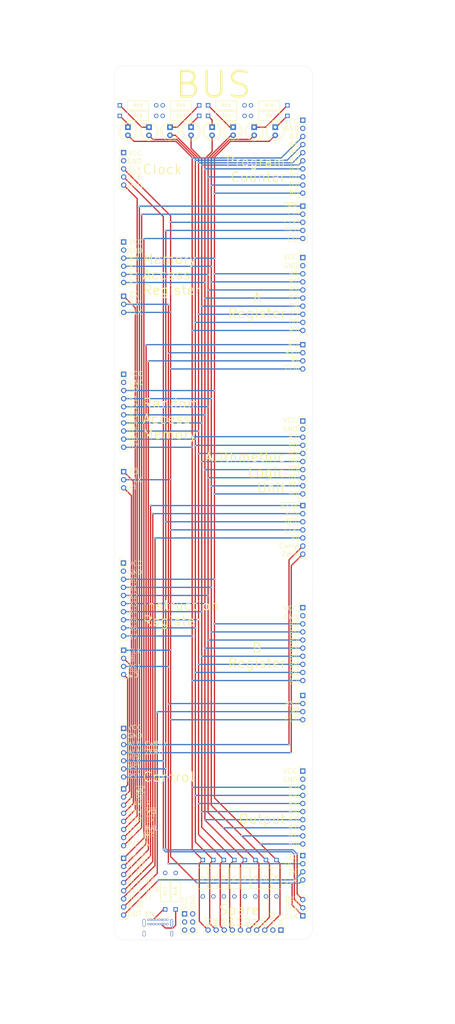
<source format=kicad_pcb>
(kicad_pcb (version 20240108) (generator "pcbnew") (generator_version "8.0")
  (layers (0 "F.Cu" signal) (1 "In1.Cu" signal) (2 "In2.Cu" signal) (31 "B.Cu" signal) (34 "B.Paste" user) (35 "F.Paste" user) (36 "B.SilkS" user "B.Silkscreen") (37 "F.SilkS" user "F.Silkscreen") (38 "B.Mask" user) (39 "F.Mask" user) (44 "Edge.Cuts" user))
  (net 0 "")
  (net 1 "GND")
  (net 2 "/~{CLK}")
  (net 3 "+5V")
  (net 4 "/HALT")
  (net 5 "/AR_~{WRITE}")
  (net 6 "/CLK")
  (net 7 "/B1")
  (net 8 "/B6")
  (net 9 "/B3")
  (net 10 "/B5")
  (net 11 "/B7")
  (net 12 "/B0")
  (net 13 "/B4")
  (net 14 "/B2")
  (net 15 "/BRegister/~Write")
  (net 16 "/AR_~{READ}")
  (net 17 "/RST")
  (net 18 "/~RST")
  (net 19 "/BR_~{READ}")
  (net 20 "/IR_~{WRITE}")
  (net 21 "/IR_~{READ}")
  (net 22 "Net-(D1-K)")
  (net 23 "Net-(D2-K)")
  (net 24 "Net-(D3-K)")
  (net 25 "Net-(D4-K)")
  (net 26 "Net-(D5-K)")
  (net 27 "Net-(D6-K)")
  (net 28 "Net-(D7-K)")
  (net 29 "Net-(D8-K)")
  (net 30 "/ALU_ZERO")
  (net 31 "/ALU_FI")
  (net 32 "/ALU_CARRY")
  (net 33 "/ALU_~{WRITE}")
  (net 34 "/ALU_SUB")
  (net 35 "/PC_~{CO}")
  (net 36 "/PC_CE")
  (net 37 "/PC_~{JMP}")
  (net 38 "/RAM_~{WO}")
  (net 39 "/MAR_~{EN}")
  (net 40 "/RAM_RI")
  (net 41 "/Output_~{EN}")
  (net 42 "/Output/2C")
  (net 43 "Net-(J23-CC1)")
  (net 44 "Net-(J23-CC2)")
  (footprint "LED_THT:LED_D5.0mm" (layer "F.Cu") (at 136.271 64.516 -90)
    (property "Reference" "D6" (hide yes))
    (property "Value" "LED")
  )
  (footprint "Connector_PinHeader_2.54mm:PinHeader_1x10_P2.54mm_Vertical" (layer "F.Cu") (at 121.666 201.168)
    (property "Reference" "J6" (hide yes))
    (property "Value" "Conn_01x10_Pin")
  )
  (footprint "_DownloadFootprints:CF_series_Resistors_THT" (layer "F.Cu") (at 134.747 309.753 90)
    (property "Reference" "R17")
    (property "Value" "5.1k")
  )
  (footprint "LED_THT:LED_D5.0mm" (layer "F.Cu") (at 169.291 64.516 -90)
    (property "Reference" "D1" (hide yes))
    (property "Value" "LED")
  )
  (footprint "_DownloadFootprints:CF_series_Resistors_THT" (layer "F.Cu") (at 120.523 57.658)
    (property "Reference" "R15")
    (property "Value" "220")
  )
  (footprint "_DownloadFootprints:CF_series_Resistors_THT" (layer "F.Cu") (at 145.415 57.658 180)
    (property "Reference" "R14")
    (property "Value" "220")
  )
  (footprint "_DownloadFootprints:CF_series_Resistors_THT" (layer "F.Cu") (at 145.415 60.96 180)
    (property "Reference" "R13")
    (property "Value" "220")
  )
  (footprint "MountingHole:MountingHole_2.2mm_M2" (layer "F.Cu") (at 121.769 48.212 90)
    (property "Reference" "REF**" (hide yes))
    (property "Value" "MountingHole_2.2mm_M2")
  )
  (footprint "_DownloadFootprints:CF_series_Resistors_THT" (layer "F.Cu") (at 163.068 294.259 -90)
    (property "Reference" "R6")
    (property "Value" "10k")
  )
  (footprint "LED_THT:LED_D5.0mm" (layer "F.Cu") (at 123.063 64.516 -90)
    (property "Reference" "D8" (hide yes))
    (property "Value" "LED")
  )
  (footprint "LED_THT:LED_D5.0mm" (layer "F.Cu") (at 129.667 64.521 -90)
    (property "Reference" "D7" (hide yes))
    (property "Value" "LED")
  )
  (footprint "Connector_PinHeader_2.54mm:PinHeader_1x03_P2.54mm_Vertical" (layer "F.Cu") (at 177.927 311.77 180)
    (property "Reference" "J20" (hide yes))
    (property "Value" "Conn_01x03_Pin")
  )
  (footprint "_DownloadFootprints:CF_series_Resistors_THT" (layer "F.Cu") (at 153.162 294.259 -90)
    (property "Reference" "R3")
    (property "Value" "10k")
  )
  (footprint "Connector_USB:USB_C_Receptacle_GCT_USB4085" (layer "F.Cu") (at 129.486 313.013)
    (property "Reference" "J23" (hide yes))
    (property "Value" "USB_C_Receptacle_PowerOnly_6P")
  )
  (footprint "_DownloadFootprints:CF_series_Resistors_THT" (layer "F.Cu") (at 169.672 294.259 -90)
    (property "Reference" "R8")
    (property "Value" "10k")
  )
  (footprint "Connector_PinHeader_2.54mm:PinHeader_1x08_P2.54mm_Vertical" (layer "F.Cu") (at 121.717 293.748)
    (property "Reference" "J14" (hide yes))
    (property "Value" "Conn_01x08_Pin")
  )
  (footprint "_DownloadFootprints:CF_series_Resistors_THT" (layer "F.Cu") (at 148.209 57.658)
    (property "Reference" "R11")
    (property "Value" "220")
  )
  (footprint "Connector_PinHeader_2.54mm:PinHeader_1x04_P2.54mm_Vertical" (layer "F.Cu") (at 177.927 292.888)
    (property "Reference" "J22" (hide yes))
    (property "Value" "Conn_01x04_Pin")
  )
  (footprint "_DownloadFootprints:CF_series_Resistors_THT" (layer "F.Cu") (at 173.101 57.658 180)
    (property "Reference" "R10")
    (property "Value" "220")
  )
  (footprint "_DownloadFootprints:CF_series_Resistors_THT" (layer "F.Cu") (at 120.523 60.96)
    (property "Reference" "R16")
    (property "Value" "220")
  )
  (footprint "MountingHole:MountingHole_2.2mm_M2" (layer "F.Cu") (at 177.951 48.212)
    (property "Reference" "REF**" (hide yes))
    (property "Value" "MountingHole_2.2mm_M2")
  )
  (footprint "Connector_PinHeader_2.54mm:PinHeader_1x10_P2.54mm_Vertical" (layer "F.Cu") (at 171.069 316.23 -90)
    (property "Reference" "J19" (hide yes))
    (property "Value" "Conn_01x10_Pin")
  )
  (footprint "_DownloadFootprints:CF_series_Resistors_THT" (layer "F.Cu") (at 166.37 294.259 -90)
    (property "Reference" "R7")
    (property "Value" "10k")
  )
  (footprint "Connector_PinHeader_2.54mm:PinHeader_1x04_P2.54mm_Vertical" (layer "F.Cu") (at 177.927 242.676)
    (property "Reference" "J5" (hide yes))
    (property "Value" "Conn_01x04_Pin")
  )
  (footprint "Connector_PinHeader_2.54mm:PinHeader_1x10_P2.54mm_Vertical" (layer "F.Cu") (at 177.927 62.336)
    (property "Reference" "J10" (hide yes))
    (property "Value" "Conn_01x10_Pin")
  )
  (footprint "Connector_PinHeader_2.54mm:PinHeader_1x03_P2.54mm_Vertical" (layer "F.Cu") (at 121.717 172.498)
    (property "Reference" "J18" (hide yes))
    (property "Value" "Conn_01x03_Pin")
  )
  (footprint "Connector_PinHeader_2.54mm:PinHeader_1x04_P2.54mm_Vertical" (layer "F.Cu") (at 177.927 132.694)
    (property "Reference" "J3" (hide yes))
    (property "Value" "Conn_01x04_Pin")
  )
  (footprint "_DownloadFootprints:CF_series_Resistors_THT" (layer "F.Cu") (at 138.049 309.753 90)
    (property "Reference" "R18")
    (property "Value" "5.1k")
  )
  (footprint "Connector_PinHeader_2.54mm:PinHeader_1x10_P2.54mm_Vertical" (layer "F.Cu") (at 177.927 215.138)
    (property "Reference" "J4" (hide yes))
    (property "Value" "Conn_01x10_Pin")
  )
  (footprint "Connector_PinHeader_2.54mm:PinHeader_1x04_P2.54mm_Vertical" (layer "F.Cu") (at 121.717 228.498)
    (property "Reference" "J7" (hide yes))
    (property "Value" "Conn_01x04_Pin")
  )
  (footprint "_DownloadFootprints:CF_series_Resistors_THT" (layer "F.Cu") (at 159.766 294.259 -90)
    (property "Reference" "R5")
    (property "Value" "10k")
  )
  (footprint "Connector_PinHeader_2.54mm:PinHeader_1x05_P2.54mm_Vertical" (layer "F.Cu") (at 121.717 72.498)
    (property "Reference" "J1" (hide yes))
    (property "Value" "Conn_01x05_Pin")
  )
  (footprint "Connector_PinHeader_2.54mm:PinHeader_1x03_P2.54mm_Vertical" (layer "F.Cu") (at 121.717 117.498)
    (property "Reference" "J16" (hide yes))
    (property "Value" "Conn_01x03_Pin")
  )
  (footprint "MountingHole:MountingHole_2.2mm_M2" (layer "F.Cu") (at 177.927 316.23 -90)
    (property "Reference" "REF**" (hide yes))
    (property "Value" "MountingHole_2.2mm_M2")
  )
  (footprint "Connector_PinHeader_2.54mm:PinHeader_1x06_P2.54mm_Vertical" (layer "F.Cu") (at 121.717 100.498)
    (property "Reference" "J15" (hide yes))
    (property "Value" "Conn_01x06_Pin")
  )
  (footprint "_DownloadFootprints:CF_series_Resistors_THT" (layer "F.Cu") (at 173.101 60.96 180)
    (property "Reference" "R9")
    (property "Value" "220")
  )
  (footprint "LED_THT:LED_D5.0mm" (layer "F.Cu") (at 149.479 64.511 -90)
    (property "Reference" "D4" (hide yes))
    (property "Value" "LED")
  )
  (footprint "Connector_PinHeader_2.54mm:PinHeader_1x05_P2.54mm_Vertical" (layer "F.Cu") (at 177.927 89.26)
    (property "Reference" "J11" (hide yes))
    (property "Value" "Conn_01x05_Pin")
  )
  (footprint "Connector_PinHeader_2.54mm:PinHeader_1x10_P2.54mm_Vertical" (layer "F.Cu") (at 121.717 141.998)
    (property "Reference" "J17" (hide yes))
    (property "Value" "Conn_01x10_Pin")
  )
  (footprint "_DownloadFootprints:CF_series_Resistors_THT" (layer "F.Cu") (at 156.464 294.259 -90)
    (property "Reference" "R4")
    (property "Value" "10k")
  )
  (footprint "Connector_PinHeader_2.54mm:PinHeader_1x10_P2.54mm_Vertical" (layer "F.Cu") (at 177.927 105.388)
    (property "Reference" "J2" (hide yes))
    (property "Value" "Conn_01x10_Pin")
  )
  (footprint "_DownloadFootprints:CF_series_Resistors_THT" (layer "F.Cu") (at 148.209 60.96)
    (property "Reference" "R12")
    (property "Value" "220")
  )
  (footprint "LED_THT:LED_D5.0mm" (layer "F.Cu") (at 162.687 64.516 -90)
    (property "Reference" "D2" (hide yes))
    (property "Value" "LED")
  )
  (footprint "LED_THT:LED_D5.0mm" (layer "F.Cu") (at 142.875 64.516 -90)
    (property "Reference" "D5" (hide yes))
    (property "Value" "LED")
  )
  (footprint "Connector_PinHeader_2.54mm:PinHeader_1x10_P2.54mm_Vertical" (layer "F.Cu") (at 177.927 266.388)
    (property "Reference" "J21" (hide yes))
    (property "Value" "Conn_01x10_Pin")
  )
  (footprint "_DownloadFootprints:CF_series_Resistors_THT" (layer "F.Cu") (at 149.86 294.259 -90)
    (property "Reference" "R2")
    (property "Value" "10k")
  )
  (footprint "_DownloadFootprints:CF_series_Resistors_THT" (layer "F.Cu") (at 146.558 294.259 -90)
    (property "Reference" "R1")
    (property "Value" "10k")
  )
  (footprint "Connector_PinHeader_2.54mm:PinHeader_1x08_P2.54mm_Vertical" (layer "F.Cu") (at 121.717 271.998)
    (property "Reference" "J13" (hide yes))
    (property "Value" "Conn_01x08_Pin")
  )
  (footprint "Connector_PinHeader_2.54mm:PinHeader_2x03_P2.54mm_Vertical" (layer "F.Cu") (at 140.843 311.15)
    (property "Reference" "J24" (hide yes))
    (property "Value" "Conn_02x03_Counter_Clockwise")
  )
  (footprint "Connector_PinHeader_2.54mm:PinHeader_1x07_P2.54mm_Vertical" (layer "F.Cu") (at 121.717 252.998)
    (property "Reference" "J12" (hide yes))
    (property "Value" "Conn_01x07_Pin")
  )
  (footprint "Connector_PinHeader_2.54mm:PinHeader_1x07_P2.54mm_Vertical" (layer "F.Cu") (at 177.927 183.138)
    (property "Reference" "J9" (hide yes))
    (property "Value" "Conn_01x07_Pin")
  )
  (footprint "LED_THT:LED_D5.0mm" (layer "F.Cu") (at 156.083 64.511 -90)
    (property "Reference" "D3" (hide yes))
    (property "Value" "LED")
  )
  (footprint "Connector_PinHeader_2.54mm:PinHeader_1x10_P2.54mm_Vertical" (layer "F.Cu") (at 177.927 156.638)
    (property "Reference" "J8" (hide yes))
    (property "Value" "Conn_01x10_Pin")
  )
  (footprint "MountingHole:MountingHole_2.2mm_M2" (layer "F.Cu") (at 121.793 316.278 180)
    (property "Reference" "REF**" (hide yes))
    (property "Value" "MountingHole_2.2mm_M2")
  )
  (gr_line (start 118.793 316.278) (end 118.769 48.212) (stroke (width 0.05)) (layer "Edge.Cuts"))
  (gr_arc (start 177.951 45.212) (mid 180.072321 46.090679) (end 180.951 48.212) (stroke (width 0.05)) (layer "Edge.Cuts"))
  (gr_line (start 180.951 48.212) (end 180.927001 316.230001) (stroke (width 0.05)) (layer "Edge.Cuts"))
  (gr_arc (start 118.769 48.212) (mid 119.64768 46.09068) (end 121.769 45.212) (stroke (width 0.05)) (layer "Edge.Cuts"))
  (gr_line (start 177.927001 319.230001) (end 121.793 319.278) (stroke (width 0.05)) (layer "Edge.Cuts"))
  (gr_arc (start 121.793 319.278) (mid 119.67168 318.39932) (end 118.793 316.278) (stroke (width 0.05)) (layer "Edge.Cuts"))
  (gr_arc (start 180.927001 316.230001) (mid 180.048321 318.351321) (end 177.927001 319.230001) (stroke (width 0.05)) (layer "Edge.Cuts"))
  (gr_line (start 121.769 45.212) (end 177.951 45.212) (stroke (width 0.05)) (layer "Edge.Cuts"))
  (gr_text "VCC" (at 176.153 157.297 0) (layer "F.SilkS") (effects (font (size 1.5 1.5)) (justify right bottom)))
  (gr_text "~{EN}" (at 123.567 118.15 0) (layer "F.SilkS") (effects (font (size 1.5 1.5)) (justify left bottom)))
  (gr_text "2C" (at 176.3649 294.1574 0) (layer "F.SilkS") (effects (font (size 1.5 1.5)) (justify right bottom)))
  (gr_text "B1" (at 176.403 177.547 0) (layer "F.SilkS") (effects (font (size 1.5 1.5)) (justify right bottom)))
  (gr_text "B3" (at 126.36 155.462 0) (layer "F.SilkS") (effects (font (size 1.5 1.5)) (justify right bottom)))
  (gr_text "B\nRegister" (at 163.576 230.124 0) (layer "F.SilkS") (effects (font (size 3 3) (thickness 0.3))))
  (gr_text "Arithmethic\nLogic\nUnit" (at 172.72 172.72 0) (layer "F.SilkS") (effects (font (size 3 3) (thickness 0.3)) (justify right)))
  (gr_text "CE" (at 176.276 93.047 0) (layer "F.SilkS") (effects (font (size 1.5 1.5)) (justify right bottom)))
  (gr_text "B3" (at 176.653 78.242 0) (layer "F.SilkS") (effects (font (size 1.5 1.5)) (justify right bottom)))
  (gr_text "~{CLK}" (at 176.597 310.5 0) (layer "F.SilkS") (effects (font (size 1.5 1.5)) (justify right bottom)))
  (gr_text "B4" (at 156.584 312.039 90) (layer "F.SilkS") (effects (font (size 1.5 1.5)) (justify right bottom)))
  (gr_text "B2" (at 176.403 175.047 0) (layer "F.SilkS") (effects (font (size 1.5 1.5)) (justify right bottom)))
  (gr_text "Random\nAccess\nMemory" (at 127.508 155.956 0) (layer "F.SilkS") (effects (font (size 3 3) (thickness 0.3)) (justify left)))
  (gr_text "Spare" (at 157.988 309.88 0) (layer "F.SilkS") (effects (font (size 3 3) (thickness 0.3))))
  (gr_text "B1" (at 176.3649 287.4834 0) (layer "F.SilkS") (effects (font (size 1.5 1.5)) (justify right bottom)))
  (gr_text "ALU FI" (at 123.063 306.959 0) (layer "F.SilkS") (effects (font (size 1.5 1.5)) (justify left bottom)))
  (gr_text "RST" (at 123.317 120.65 0) (layer "F.SilkS") (effects (font (size 1.5 1.5)) (justify left bottom)))
  (gr_text "VCC" (at 122.936 253.619 0) (layer "F.SilkS") (effects (font (size 1.5 1.5)) (justify left bottom)))
  (gr_text "RST" (at 176.53 246.184 0) (layer "F.SilkS") (effects (font (size 1.5 1.5)) (justify right bottom)))
  (gr_text "VCC" (at 123.19 202.184 0) (layer "F.SilkS") (effects (font (size 1.5 1.5)) (justify left bottom)))
  (gr_text "B0" (at 126.19 207.434 0) (layer "F.SilkS") (effects (font (size 1.5 1.5)) (justify right bottom)))
  (gr_text "B7" (at 176.653 68.242 0) (layer "F.SilkS") (effects (font (size 1.5 1.5)) (justify right bottom)))
  (gr_text "RAM RI" (at 122.936 277.495 0) (layer "F.SilkS") (effects (font (size 1.5 1.5)) (justify left bottom)))
  (gr_text "Control" (at 127.508 268.224 0) (layer "F.SilkS") (effects (font (size 3 3) (thickness 0.3)) (justify left)))
  (gr_text "~{RST}" (at 122.936 266.319 0) (layer "F.SilkS") (effects (font (size 1.5 1.5)) (justify left bottom)))
  (gr_text "CLK" (at 123.317 123.4 0) (layer "F.SilkS") (effects (font (size 1.5 1.5)) (justify left bottom)))
  (gr_text "Program\nCounter" (at 172.72 77.724 0) (layer "F.SilkS") (effects (font (size 3 3) (thickness 0.3)) (justify right)))
  (gr_text "B1" (at 176.53 223.934 0) (layer "F.SilkS") (effects (font (size 1.5 1.5)) (justify right bottom)))
  (gr_text "B0" (at 176.653 85.992 0) (layer "F.SilkS") (effects (font (size 1.5 1.5)) (justify right bottom)))
  (gr_text "ALU CARRY" (at 123.063 258.699 0) (layer "F.SilkS") (effects (font (size 1.5 1.5)) (justify left bottom)))
  (gr_text "Sub" (at 176.403 186.497 0) (layer "F.SilkS") (effects (font (size 1.5 1.5)) (justify right bottom)))
  (gr_text "GND" (at 122.936 256.159 0) (layer "F.SilkS") (effects (font (size 1.5 1.5)) (justify left bottom)))
  (gr_text "B1" (at 176.53 113.807 0) (layer "F.SilkS") (effects (font (size 1.5 1.5)) (justify right bottom)))
  (gr_text "~{CLK}" (at 123.059 81.033 0) (layer "F.SilkS") (effects (font (size 1.5 1.5)) (justify left bottom)))
  (gr_text "VCC" (at 176.28 106.057 0) (layer "F.SilkS") (effects (font (size 1.5 1.5)) (justify right bottom)))
  (gr_text "VCC" (at 127.86 142.712 0) (layer "F.SilkS") (effects (font (size 1.5 1.5)) (justify right bottom)))
  (gr_text "VCC" (at 140.843 309.82 90) (layer "F.SilkS") (effects (font (size 1.5 1.5)) (justify left)))
  (gr_text "B4" (at 176.3649 279.9834 0) (layer "F.SilkS") (effects (font (size 1.5 1.5)) (justify right bottom)))
  (gr_text "Zero" (at 176.403 199.197 0) (layer "F.SilkS") (effects (font (size 1.5 1.5)) (justify right bottom)))
  (gr_text "B3" (at 159.084 312.039 90) (layer "F.SilkS") (effects (font (size 1.5 1.5)) (justify right bottom)))
  (gr_text "GND" (at 143.413 309.82 90) (layer "F.SilkS") (effects (font (size 1.5 1.5)) (justify left)))
  (gr_text "B1" (at 126.36 150.462 0) (layer "F.SilkS") (effects (font (size 1.5 1.5)) (justify right bottom)))
  (gr_text "B6" (at 126.19 222.434 0) (layer "F.SilkS") (effects (font (size 1.5 1.5)) (justify right bottom)))
  (gr_text "CLK" (at 123.059 78.493 0) (layer "F.SilkS") (effects (font (size 1.5 1.5)) (justify left bottom)))
  (gr_text "I ~{WO}" (at 123.444 273.268 0) (layer "F.SilkS") (effects (font (size 1.5 1.5)) (justify left bottom)))
  (gr_text "B7" (at 126.36 165.462 0) (layer "F.SilkS") (effects (font (size 1.5 1.5)) (justify right bottom)))
  (gr_text "MAR ~{EN}" (at 122.936 282.575 0) (layer "F.SilkS") (effects (font (size 1.5 1.5)) (justify left bottom)))
  (gr_text "Output" (at 172.72 281.432 0) (layer "F.SilkS") (effects (font (size 3 3) (thickness 0.3)) (justify right)))
  (gr_text "GND" (at 168.499 314.9 90) (layer "F.SilkS") (effects (font (size 1.5 1.5)) (justify left)))
  (gr_text "CLK" (at 176.597 312.886 0) (layer "F.SilkS") (effects (font (size 1.5 1.5)) (justify right bottom)))
  (gr_text "~{CLK}" (at 122.936 263.779 0) (layer "F.SilkS") (effects (font (size 1.5 1.5)) (justify left bottom)))
  (gr_text "RI" (at 123.36 178.212 0) (layer "F.SilkS") (effects (font (size 1.5 1.5) (thickness 0.15) (bold yes)) (justify left bottom)))
  (gr_text "B2" (at 176.653 80.742 0) (layer "F.SilkS") (effects (font (size 1.5 1.5)) (justify right bottom)))
  (gr_text "CLK" (at 122.965 229.684 0) (layer "F.SilkS") (effects (font (size 1.5 1.5)) (justify left bottom)))
  (gr_text "B ~{RI}" (at 122.936 309.499 0) (layer "F.SilkS") (effects (font (size 1.5 1.5)) (justify left bottom)))
  (gr_text "B1" (at 126.19 209.934 0) (layer "F.SilkS") (effects (font (size 1.5 1.5)) (justify right bottom)))
  (gr_text "B7" (at 176.403 162.547 0) (layer "F.SilkS") (effects (font (size 1.5 1.5)) (justify right bottom)))
  (gr_text "~{Write}" (at 176.403 184.297 0) (layer "F.SilkS") (effects (font (size 1.5 1.5)) (justify right bottom)))
  (gr_text "B4" (at 176.653 75.742 0) (layer "F.SilkS") (effects (font (size 1.5 1.5)) (justify right bottom)))
  (gr_text "B2" (at 126.19 212.434 0) (layer "F.SilkS") (effects (font (size 1.5 1.5)) (justify right bottom)))
  (gr_text "GND" (at 176.784 65.742 0) (layer "F.SilkS") (effects (font (size 1.5 1.5)) (justify right bottom)))
  (gr_text "VCC" (at 176.597 63.606 0) (layer "F.SilkS") (effects (font (size 1.5 1.5)) (justify right bottom)))
  (gr_text "B5" (at 176.3649 277.4834 0) (layer "F.SilkS") (effects (font (size 1.5 1.5)) (justify right bottom)))
  (gr_text "ALU SUB" (at 123.063 304.419 0) (layer "F.SilkS") (effects (font (size 1.5 1.5)) (justify left bottom)))
  (gr_text "RAM ~{WO}" (at 122.936 280.035 0) (layer "F.SilkS") (effects (font (size 1.5 1.5)) (justify left bottom)))
  (gr_text "B4" (at 176.403 170.047 0) (layer "F.SilkS") (effects (font (size 1.5 1.5)) (justify right bottom)))
  (gr_text "B5" (at 126.19 219.934 0) (layer "F.SilkS") (effects (font (size 1.5 1.5)) (justify right bottom)))
  (gr_text "GND" (at 176.53 218.934 0) (layer "F.SilkS") (effects (font (size 1.5 1.5)) (justify right bottom)))
  (gr_text "~{EN}" (at 176.3649 299.2374 0) (layer "F.SilkS") (effects (font (size 1.5 1.5)) (justify right bottom)))
  (gr_text "B2" (at 126.36 152.962 0) (layer "F.SilkS") (effects (font (size 1.5 1.5)) (justify right bottom)))
  (gr_text "CLK" (at 176.403 191.897 0) (layer "F.SilkS") (effects (font (size 1.5 1.5)) (justify right bottom)))
  (gr_text "A ~{RI}" (at 123.063 299.339 0) (layer "F.SilkS") (effects (font (size 1.5 1.5)) (justify left bottom)))
  (gr_text "B0" (at 176.3689 290.0934 0) (layer "F.SilkS") (effects (font (size 1.5 1.5)) (justify right bottom)))
  (gr_text "B3" (at 176.403 172.547 0) (layer "F.SilkS") (effects (font (size 1.5 1.5)) (justify right bottom)))
  (gr_text "PC ~{JMP}" (at 122.936 287.655 0) (layer "F.SilkS") (effects (font (size 1.5 1.5)) (justify left bottom)))
  (gr_text "B6" (at 176.653 70.742 0) (layer "F.SilkS") (effects (font (size 1.5 1.5)) (justify right bottom)))
  (gr_text "B5" (at 176.653 73.242 0) (layer "F.SilkS") (effects (font (size 1.5 1.5)) (justify right bottom)))
  (gr_text "B5" (at 176.53 233.934 0) (layer "F.SilkS") (effects (font (size 1.5 1.5)) (justify right bottom)))
  (gr_text "~{RI}" (at 176.53 248.684 0) (layer "F.SilkS") (effects (font (size 1.5 1.5)) (justify right bottom)))
  (gr_text "B3" (at 126.317 114.1 0) (layer "F.SilkS") (effects (font (size 1.5 1.5)) (justify right bottom)))
  (gr_text "B0" (at 166.694 312.035 90) (layer "F.SilkS") (effects (font (size 1.5 1.5)) (justify right bottom)))
  (gr_text "B3" (at 176.53 228.934 0) (layer "F.SilkS") (effects (font (size 1.5 1.5)) (justify right bottom)))
  (gr_text "CLK" (at 123.36 174.212 0) (layer "F.SilkS") (effects (font (size 1.5 1.5)) (justify left top)))
  (gr_text "B2" (at 161.584 312.039 90) (layer "F.SilkS") (effects (font (size 1.5 1.5)) (justify right bottom)))
  (gr_text "B5" (at 176.53 123.807 0) (layer "F.SilkS") (effects (font (size 1.5 1.5)) (justify right bottom)))
  (gr_text "B1" (at 176.653 83.242 0) (layer "F.SilkS") (effects (font (size 1.5 1.5)) (justify right bottom)))
  (gr_text "B0" (at 176.53 221.434 0) (layer "F.SilkS") (effects (font (size 1.5 1.5)) (justify right bottom)))
  (gr_text "B1" (at 164.084 312.039 90) (layer "F.SilkS") (effects (font (size 1.5 1.5)) (justify right bottom)))
  (gr_text "ALU ZERO" (at 123.063 261.239 0) (layer "F.SilkS") (effects (font (size 1.5 1.5)) (justify left bottom)))
  (gr_text "B4" (at 176.53 121.307 0) (layer "F.SilkS") (effects (font (size 1.5 1.5)) (justify right bottom)))
  (gr_text "VCC" (at 123.059 73.573 0) (layer "F.SilkS") (effects (font (size 1.5 1.5)) (justify left bottom)))
  (gr_text "Halt" (at 123.059 83.573 0) (layer "F.SilkS") (effects (font (size 1.5 1.5)) (justify left bottom)))
  (gr_text "B3" (at 176.53 118.807 0) (layer "F.SilkS") (effects (font (size 1.5 1.5)) (justify right bottom)))
  (gr_text "B6" (at 126.36 162.962 0) (layer "F.SilkS") (effects (font (size 1.5 1.5)) (justify right bottom)))
  (gr_text "B3" (at 176.3649 282.4834 0) (layer "F.SilkS") (effects (font (size 1.5 1.5)) (justify right bottom)))
  (gr_text "CLK" (at 176.276 95.547 0) (layer "F.SilkS") (effects (font (size 1.5 1.5)) (justify right bottom)))
  (gr_text "GND" (at 176.403 160.047 0) (layer "F.SilkS") (effects (font (size 1.5 1.5)) (justify right bottom)))
  (gr_text "B0" (at 126.36 147.712 0) (layer "F.SilkS") (effects (font (size 1.5 1.5)) (justify right bottom)))
  (gr_text "B7" (at 176.53 129.057 0) (layer "F.SilkS") (effects (font (size 1.5 1.5)) (justify right bottom)))
  (gr_text "VCC" (at 123.317 101.4 0) (layer "F.SilkS") (effects (font (size 1.5 1.5)) (justify left bottom)))
  (gr_text "Instruction\nRegister" (at 127.508 216.916 0) (layer "F.SilkS") (effects (font (size 3 3) (thickness 0.3)) (justify left)))
  (gr_text "GND" (at 128.11 145.462 0) (layer "F.SilkS") (effects (font (size 1.5 1.5)) (justify right bottom)))
  (gr_text "B3" (at 126.19 214.934 0) (layer "F.SilkS") (effects (font (size 1.5 1.5)) (justify right bottom)))
  (gr_text "B6" (at 151.584 312.039 90) (layer "F.SilkS") (effects (font (size 1.5 1.5)) (justify right bottom)))
  (gr_text "~{RI}" (at 176.53 138.557 0) (layer "F.SilkS") (effects (font (size 1.5 1.5)) (justify right bottom)))
  (gr_text "FI" (at 176.403 194.297 0) (layer "F.SilkS") (effects (font (size 1.5 1.5)) (justify right bottom)))
  (gr_text "B0" (at 176.53 111.307 0) (layer "F.SilkS") (effects (font (size 1.5 1.5)) (justify right bottom)))
  (gr_text "~{RST}" (at 176.276 98.047 0) (layer "F.SilkS") (effects (font (size 1.5 1.5)) (justify right bottom)))
  (gr_text "~{RST}" (at 176.403 189.397 0) (layer "F.SilkS") (effects (font (size 1.5 1.5)) (justify right bottom)))
  (gr_text "B2" (at 126.317 111.65 0) (layer "F.SilkS") (effects (font (size 1.5 1.5)) (justify right bottom)))
  (gr_text "RST" (at 176.53 136.057 0) (layer "F.SilkS") (effects (font (size 1.5 1.5)) (justify right bottom)))
  (gr_text "RST" (at 176.3649 296.6974 0) (layer "F.SilkS") (effects (font (size 1.5 1.5)) (justify right bottom)))
  (gr_text "PC ~{CO}" (at 122.936 294.259 0) (layer "F.SilkS") (effects (font (size 1.5 1.5)) (justify left bottom)))
  (gr_text "~{RI}" (at 122.965 232.184 0) (layer "F.SilkS") (effects (font (size 1.5 1.5)) (justify left bottom)))
  (gr_text "B4" (at 126.36 157.962 0) (layer "F.SilkS") (effects (font (size 1.5 1.5)) (justify right bottom)))
  (gr_text "~{WO}" (at 176.53 133.557 0) (layer "F.SilkS") (effects (font (size 1.5 1.5)) (justify right bottom)))
  (gr_text "B5" (at 176.403 167.547 0) (layer "F.SilkS") (effects (font (size 1.5 1.5)) (justify right bottom)))
  (gr_text "BUS" (at 149.86 55.88 0) (layer "F.SilkS") (effects (font (size 8 8) (thickness 0.8)) (justify bottom)))
  (gr_text "B7" (at 126.19 225.184 0) (layer "F.SilkS") (effects (font (size 1.5 1.5)) (justify right bottom)))
  (gr_text "B5" (at 154.084 312.039 90) (layer "F.SilkS") (effects (font (size 1.5 1.5)) (justify right bottom)))
  (gr_text "B1" (at 126.317 109.15 0) (layer "F.SilkS") (effects (font (size 1.5 1.5)) (justify right bottom)))
  (gr_text "OUT EN" (at 122.936 312.039 0) (layer "F.SilkS") (effects (font (size 1.5 1.5)) (justify left bottom)))
  (gr_text "I ~{RI}" (at 123.444 275.554 0) (layer "F.SilkS") (effects (font (size 1.5 1.5)) (justify left bottom)))
  (gr_text "PC EN" (at 122.936 290.195 0) (layer "F.SilkS") (effects (font (size 1.5 1.5)) (justify left bottom)))
  (gr_text "B4" (at 126.19 217.434 0) (layer "F.SilkS") (effects (font (size 1.5 1.5)) (justify right bottom)))
  (gr_text "ALU ~{WO}" (at 123.063 301.879 0) (layer "F.SilkS") (effects (font (size 1.5 1.5)) (justify left bottom)))
  (gr_text "B2" (at 176.3649 284.9834 0) (layer "F.SilkS") (effects (font (size 1.5 1.5)) (justify right bottom)))
  (gr_text "B5" (at 126.36 160.462 0) (layer "F.SilkS") (effects (font (size 1.5 1.5)) (justify right bottom)))
  (gr_text "Memory\nAccess\nRegister" (at 127.508 110.744 0) (layer "F.SilkS") (effects (font (size 3 3) (thickness 0.3)) (justify left)))
  (gr_text "GND" (at 176.53 108.807 0) (layer "F.SilkS") (effects (font (size 1.5 1.5)) (justify right bottom)))
  (gr_text "A ~{WO}" (at 123.063 296.799 0) (layer "F.SilkS") (effects (font (size 1.5 1.5)) (justify left bottom)))
  (gr_text "B6" (at 176.403 165.047 0) (layer "F.SilkS") (effects (font (size 1.5 1.5)) (justify right bottom)))
  (gr_text "B6" (at 176.3649 274.9834 0) (layer "F.SilkS") (effects (font (size 1.5 1.5)) (justify right bottom)))
  (gr_text "CLK HALT" (at 122.936 285.115 0) (layer "F.SilkS") (effects (font (size 1.5 1.5)) (justify left bottom)))
  (gr_text "VCC" (at 171.069 314.9 90) (layer "F.SilkS") (effects (font (size 1.5 1.5)) (justify left)))
  (gr_text "B7" (at 176.3649 272.4834 0) (layer "F.SilkS") (effects (font (size 1.5 1.5)) (justify right bottom)))
  (gr_text "CLK" (at 176.53 250.934 0) (layer "F.SilkS") (effects (font (size 1.5 1.5)) (justify right bottom)))
  (gr_text "~{JMP}" (at 176.276 90.297 0) (layer "F.SilkS") (effects (font (size 1.5 1.5)) (justify right bottom)))
  (gr_text "Carry" (at 176.403 196.697 0) (layer "F.SilkS") (effects (font (size 1.5 1.5)) (justify right bottom)))
  (gr_text "GND" (at 122.94 204.934 0) (layer "F.SilkS") (effects (font (size 1.5 1.5)) (justify left bottom)))
  (gr_text "B0" (at 126.367 106.55 0) (layer "F.SilkS") (effects (font (size 1.5 1.5)) (justify right bottom)))
  (gr_text "Clock" (at 127.508 77.724 0) (layer "F.SilkS") (effects (font (size 3 3) (thickness 0.3)) (justify left)))
  (gr_text "VCC" (at 176.28 216.184 0) (layer "F.SilkS") (effects (font (size 1.5 1.5)) (justify right bottom)))
  (gr_text "B6" (at 176.53 126.307 0) (layer "F.SilkS") (effects (font (size 1.5 1.5)) (justify right bottom)))
  (gr_text "GND" (at 122.809 76.073 0) (layer "F.SilkS") (effects (font (size 1.5 1.5)) (justify left bottom)))
  (gr_text "RST" (at 122.965 234.684 0) (layer "F.SilkS") (effects (font (size 1.5 1.5)) (justify left bottom)))
  (gr_text "B6" (at 176.53 236.434 0) (layer "F.SilkS") (effects (font (size 1.5 1.5)) (justify right bottom)))
  (gr_text "CLK" (at 176.3649 301.6534 0) (layer "F.SilkS") (effects (font (size 1.5 1.5)) (justify right bottom)))
  (gr_text "B7" (at 149.084 312.039 90) (layer "F.SilkS") (effects (font (size 1.5 1.5)) (justify right bottom)))
  (gr_text "GND" (at 123.067 104.15 0) (layer "F.SilkS") (effects (font (size 1.5 1.5)) (justify left bottom)))
  (gr_text "~{WO}" (at 122.965 237.184 0) (layer "F.SilkS") (effects (font (size 1.5 1.5)) (justify left bottom)))
  (gr_text "B2" (at 176.53 116.307 0) (layer "F.SilkS") (effects (font (size 1.5 1.5)) (justify right bottom)))
  (gr_text "B2" (at 176.53 226.434 0) (layer "F.SilkS") (effects (font (size 1.5 1.5)) (justify right bottom)))
  (gr_text "B7" (at 176.53 239.184 0) (layer "F.SilkS") (effects (font (size 1.5 1.5)) (justify right bottom)))
  (gr_text "~{RO}" (at 123.19 173.482 0) (layer "F.SilkS") (effects (font (size 1.5 1.5)) (justify left bottom)))
  (gr_text "B0" (at 176.403 180.297 0) (layer "F.SilkS") (effects (font (size 1.5 1.5)) (justify right bottom)))
  (gr_text "~{CO}" (at 176.276 100.547 0) (layer "F.SilkS") (effects (font (size 1.5 1.5)) (justify right bottom)))
  (gr_text "RST" (at 122.936 268.859 0) (layer "F.SilkS") (effects (font (size 1.5 1.5)) (justify left bottom)))
  (gr_text "CLK" (at 176.53 140.807 0) (layer "F.SilkS") (effects (font (size 1.5 1.5)) (justify right bottom)))
  (gr_text "B4" (at 176.53 231.434 0) (layer "F.SilkS") (effects (font (size 1.5 1.5)) (justify right bottom)))
  (gr_text "A\nRegister" (at 163.576 120.396 0) (layer "F.SilkS") (effects (font (size 3 3) (thickness 0.3))))
  (gr_text "VCC" (at 176.1109 267.2334 0) (layer "F.SilkS") (effects (font (size 1.5 1.5)) (justify right bottom)))
  (gr_text "~{RST}" (at 176.597 307.93 0) (layer "F.SilkS") (effects (font (size 1.5 1.5)) (justify right bottom)))
  (gr_text "GND" (at 176.3649 269.9834 0) (layer "F.SilkS") (effects (font (size 1.5 1.5)) (justify right bottom)))
  (segment (start 134.174 92.575) (end 121.717 80.118) (width 0.4) (layer "F.Cu") (net 2))
  (segment (start 134.174 263.209) (end 134.174 92.575) (width 0.4) (layer "F.Cu") (net 2))
  (segment (start 134.174 263.209) (end 134.174 290.820664) (width 0.4) (layer "F.Cu") (net 2))
  (segment (start 175.273025 306.576025) (end 177.927 309.23) (width 0.4) (layer "F.Cu") (net 2))
  (segment (start 134.174 290.820664) (end 134.18614 290.832804) (width 0.4) (layer "F.Cu") (net 2))
  (segment (start 175.273025 292.467975) (end 175.273025 306.576025) (width 0.4) (layer "F.Cu") (net 2))
  (via (at 134.18614 290.832804) (size 0.6) (drill 0.3) (layers "F.Cu" "B.Cu") (net 2))
  (via (at 134.174 263.209) (size 0.6) (drill 0.3) (layers "F.Cu" "B.Cu") (net 2))
  (via (at 175.273025 292.467975) (size 0.6) (drill 0.3) (layers "F.Cu" "B.Cu") (net 2))
  (segment (start 134.174 263.209) (end 134.123 263.158) (width 0.4) (layer "B.Cu") (net 2))
  (segment (start 134.18614 291.00509) (end 134.18614 290.832804) (width 0.4) (layer "B.Cu") (net 2))
  (segment (start 134.86505 291.684) (end 134.18614 291.00509) (width 0.4) (layer "B.Cu") (net 2))
  (segment (start 175.273025 292.467975) (end 174.48905 291.684) (width 0.4) (layer "B.Cu") (net 2))
  (segment (start 174.48905 291.684) (end 140.589 291.684) (width 0.4) (layer "B.Cu") (net 2))
  (segment (start 140.589 291.684) (end 134.86505 291.684) (width 0.4) (layer "B.Cu") (net 2))
  (segment (start 134.123 263.158) (end 121.717 263.158) (width 0.4) (layer "B.Cu") (net 2))
  (segment (start 125.967 86.908) (end 121.717 82.658) (width 0.4) (layer "F.Cu") (net 4))
  (segment (start 121.717 284.698) (end 125.967 280.448) (width 0.4) (layer "F.Cu") (net 4))
  (segment (start 125.967 280.448) (end 125.967 86.908) (width 0.4) (layer "F.Cu") (net 4))
  (segment (start 128.767 289.238) (end 121.717 296.288) (width 0.4) (layer "F.Cu") (net 5))
  (segment (start 128.767 132.842) (end 128.767 289.238) (width 0.4) (layer "F.Cu") (net 5))
  (via (at 128.767 132.842) (size 0.6) (drill 0.3) (layers "F.Cu" "B.Cu") (net 5))
  (segment (start 177.927 132.694) (end 128.915 132.694) (width 0.4) (layer "B.Cu") (net 5))
  (segment (start 128.915 132.694) (end 128.767 132.842) (width 0.4) (layer "B.Cu") (net 5))
  (segment (start 136.463 190.754) (end 136.463 228.346) (width 0.4) (layer "F.Cu") (net 6))
  (segment (start 136.463 122.428) (end 136.463 140.208) (width 0.4) (layer "F.Cu") (net 6))
  (segment (start 174.371 301.498) (end 174.573025 301.700025) (width 0.4) (layer "F.Cu") (net 6))
  (segment (start 136.463 92.324) (end 136.463 94.234) (width 0.4) (layer "F.Cu") (net 6))
  (segment (start 136.463 175.006) (end 136.463 190.754) (width 0.4) (layer "F.Cu") (net 6))
  (segment (start 136.463 140.208) (end 136.463 175.006) (width 0.4) (layer "F.Cu") (net 6))
  (segment (start 121.717 77.578) (end 136.463 92.324) (width 0.4) (layer "F.Cu") (net 6))
  (segment (start 136.463 94.234) (end 136.463 122.428) (width 0.4) (layer "F.Cu") (net 6))
  (segment (start 136.463 293.2015) (end 136.463 250.19) (width 0.4) (layer "F.Cu") (net 6))
  (segment (start 136.463 228.346) (end 136.463 250.19) (width 0.4) (layer "F.Cu") (net 6))
  (segment (start 174.573025 308.416025) (end 177.927 311.77) (width 0.4) (layer "F.Cu") (net 6))
  (segment (start 174.573025 301.700025) (end 174.573025 308.416025) (width 0.4) (layer "F.Cu") (net 6))
  (segment (start 144.7595 301.498) (end 136.463 293.2015) (width 0.4) (layer "F.Cu") (net 6))
  (via (at 144.7595 301.498) (size 0.6) (drill 0.3) (layers "F.Cu" "B.Cu") (net 6))
  (via (at 136.463 122.428) (size 0.6) (drill 0.3) (layers "F.Cu" "B.Cu") (net 6))
  (via (at 136.463 228.346) (size 0.6) (drill 0.3) (layers "F.Cu" "B.Cu") (net 6))
  (via (at 136.463 140.208) (size 0.6) (drill 0.3) (layers "F.Cu" "B.Cu") (net 6))
  (via (at 136.463 175.006) (size 0.6) (drill 0.3) (layers "F.Cu" "B.Cu") (net 6))
  (via (at 136.463 190.754) (size 0.6) (drill 0.3) (layers "F.Cu" "B.Cu") (net 6))
  (via (at 136.463 94.234) (size 0.6) (drill 0.3) (layers "F.Cu" "B.Cu") (net 6))
  (via (at 174.371 301.498) (size 0.6) (drill 0.3) (layers "F.Cu" "B.Cu") (net 6))
  (via (at 136.463 250.19) (size 0.6) (drill 0.3) (layers "F.Cu" "B.Cu") (net 6))
  (segment (start 136.569 140.314) (end 136.463 140.208) (width 0.4) (layer "B.Cu") (net 6))
  (segment (start 136.311 228.498) (end 136.463 228.346) (width 0.4) (layer "B.Cu") (net 6))
  (segment (start 177.927 250.296) (end 136.569 250.296) (width 0.4) (layer "B.Cu") (net 6))
  (segment (start 177.927 140.314) (end 136.569 140.314) (width 0.4) (layer "B.Cu") (net 6))
  (segment (start 121.717 122.578) (end 136.313 122.578) (width 0.4) (layer "B.Cu") (net 6))
  (segment (start 177.927 190.758) (end 136.467 190.758) (width 0.4) (layer "B.Cu") (net 6))
  (segment (start 136.431 175.038) (end 136.463 175.006) (width 0.4) (layer "B.Cu") (net 6))
  (segment (start 121.717 228.498) (end 136.311 228.498) (width 0.4) (layer "B.Cu") (net 6))
  (segment (start 144.7595 301.498) (end 176.937 301.498) (width 0.4) (layer "B.Cu") (net 6))
  (segment (start 136.467 190.758) (end 136.463 190.754) (width 0.4) (layer "B.Cu") (net 6))
  (segment (start 136.569 250.296) (end 136.463 250.19) (width 0.4) (layer "B.Cu") (net 6))
  (segment (start 176.937 301.498) (end 177.8055 300.6295) (width 0.4) (layer "B.Cu") (net 6))
  (segment (start 136.569 94.34) (end 136.463 94.234) (width 0.4) (layer "B.Cu") (net 6))
  (segment (start 177.927 94.34) (end 136.569 94.34) (width 0.4) (layer "B.Cu") (net 6))
  (segment (start 136.313 122.578) (end 136.463 122.428) (width 0.4) (layer "B.Cu") (net 6))
  (segment (start 121.717 175.038) (end 136.431 175.038) (width 0.4) (layer "B.Cu") (net 6))
  (segment (start 149.217 74.095056) (end 154.961056 68.351) (width 0.4) (layer "F.Cu") (net 7))
  (segment (start 149.217 113.03) (end 149.217 108.204) (width 0.4) (layer "F.Cu") (net 7))
  (segment (start 154.961056 68.351) (end 161.392 68.351) (width 0.4) (layer "F.Cu") (net 7))
  (segment (start 149.217 222.758) (end 149.217 208.788) (width 0.4) (layer "F.Cu") (net 7))
  (segment (start 149.217 208.788) (end 149.217 177.038) (width 0.4) (layer "F.Cu") (net 7))
  (segment (start 149.217 149.606) (end 149.217 113.03) (width 0.4) (layer "F.Cu") (net 7))
  (segment (start 167.4685 312.2105) (end 163.449 316.23) (width 0.4) (layer "F.Cu") (net 7))
  (segment (start 149.217 82.804) (end 149.217 108.204) (width 0.4) (layer "F.Cu") (net 7))
  (segment (start 167.4685 295.3575) (end 167.4685 312.2105) (width 0.4) (layer "F.Cu") (net 7))
  (segment (start 158.75 286.639) (end 149.217 277.106) (width 0.4) (layer "F.Cu") (net 7))
  (segment (start 149.217 82.804) (end 149.217 74.095056) (width 0.4) (layer "F.Cu") (net 7))
  (segment (start 161.392 68.351) (end 162.687 67.056) (width 0.4) (layer "F.Cu") (net 7))
  (segment (start 158.75 286.639) (end 166.37 294.259) (width 0.4) (layer "F.Cu") (net 7))
  (segment (start 149.217 177.038) (end 149.217 149.606) (width 0.4) (layer "F.Cu") (net 7))
  (segment (start 166.37 294.259) (end 167.4685 295.3575) (width 0.4) (layer "F.Cu") (net 7))
  (segment (start 149.217 277.106) (end 149.217 222.758) (width 0.4) (layer "F.Cu") (net 7))
  (via (at 149.217 208.788) (size 0.6) (drill 0.3) (layers "F.Cu" "B.Cu") (net 7))
  (via (at 158.75 286.639) (size 0.6) (drill 0.3) (layers "F.Cu" "B.Cu") (net 7))
  (via (at 149.217 113.03) (size 0.6) (drill 0.3) (layers "F.Cu" "B.Cu") (net 7))
  (via (at 149.217 108.204) (size 0.6) (drill 0.3) (layers "F.Cu" "B.Cu") (net 7))
  (via (at 149.217 222.758) (size 0.6) (drill 0.3) (layers "F.Cu" "B.Cu") (net 7))
  (via (at 149.217 82.804) (size 0.6) (drill 0.3) (layers "F.Cu" "B.Cu") (net 7))
  (via (at 149.217 149.606) (size 0.6) (drill 0.3) (layers "F.Cu" "B.Cu") (net 7))
  (via (at 149.217 177.038) (size 0.6) (drill 0.3) (layers "F.Cu" "B.Cu") (net 7))
  (segment (start 121.717 149.618) (end 149.205 149.618) (width 0.4) (layer "B.Cu") (net 7))
  (segment (start 177.927 113.008) (end 149.239 113.008) (width 0.4) (layer "B.Cu") (net 7))
  (segment (start 177.927 176.958) (end 149.297 176.958) (width 0.4) (layer "B.Cu") (net 7))
  (segment (start 121.717 108.118) (end 149.131 108.118) (width 0.4) (layer "B.Cu") (net 7))
  (segment (start 121.666 208.788) (end 149.217 208.788) (width 0.4) (layer "B.Cu") (net 7))
  (segment (start 158.75 286.639) (end 158.819 286.708) (width 0.4) (layer "B.Cu") (net 7))
  (segment (start 177.927 222.758) (end 149.217 222.758) (width 0.4) (layer "B.Cu") (net 7))
  (segment (start 149.131 108.118) (end 149.217 108.204) (width 0.4) (layer "B.Cu") (net 7))
  (segment (start 149.365 82.656) (end 149.217 82.804) (width 0.4) (layer "B.Cu") (net 7))
  (segment (start 149.297 176.958) (end 149.217 177.038) (width 0.4) (layer "B.Cu") (net 7))
  (segment (start 149.205 149.618) (end 149.217 149.606) (width 0.4) (layer "B.Cu") (net 7))
  (segment (start 149.239 113.008) (end 149.217 113.03) (width 0.4) (layer "B.Cu") (net 7))
  (segment (start 177.927 82.656) (end 149.365 82.656) (width 0.4) (layer "B.Cu") (net 7))
  (segment (start 158.819 286.708) (end 177.927 286.708) (width 0.4) (layer "B.Cu") (net 7))
  (segment (start 149.86 294.259) (end 144.217 288.616) (width 0.4) (layer "F.Cu") (net 8))
  (segment (start 144.217 74.153472) (end 138.389528 68.326) (width 0.4) (layer "F.Cu") (net 8))
  (segment (start 144.217 162.306) (end 144.217 125.73) (width 0.4) (layer "F.Cu") (net 8))
  (segment (start 148.717 314.198) (end 150.749 316.23) (width 0.4) (layer "F.Cu") (net 8))
  (segment (start 144.217 125.73) (end 144.217 74.153472) (width 0.4) (layer "F.Cu") (net 8))
  (segment (start 144.217 288.616) (end 144.217 274.066) (width 0.4) (layer "F.Cu") (net 8))
  (segment (start 144.217 274.066) (end 144.217 235.458) (width 0.4) (layer "F.Cu") (net 8))
  (segment (start 148.717 295.402) (end 148.717 314.198) (width 0.4) (layer "F.Cu") (net 8))
  (segment (start 144.217 164.338) (end 144.217 162.306) (width 0.4) (layer "F.Cu") (net 8))
  (segment (start 138.019 68.356) (end 130.962 68.356) (width 0.4) (layer "F.Cu") (net 8))
  (segment (start 138.389528 68.326) (end 138.049 68.326) (width 0.4) (layer "F.Cu") (net 8))
  (segment (start 144.217 221.488) (end 144.217 164.338) (width 0.4) (layer "F.Cu") (net 8))
  (segment (start 138.049 68.326) (end 138.019 68.356) (width 0.4) (layer "F.Cu") (net 8))
  (segment (start 130.962 68.356) (end 129.667 67.061) (width 0.4) (layer "F.Cu") (net 8))
  (segment (start 149.86 294.259) (end 148.717 295.402) (width 0.4) (layer "F.Cu") (net 8))
  (segment (start 144.217 235.458) (end 144.217 221.488) (width 0.4) (layer "F.Cu") (net 8))
  (via (at 144.217 162.306) (size 0.6) (drill 0.3) (layers "F.Cu" "B.Cu") (net 8))
  (via (at 144.217 274.066) (size 0.6) (drill 0.3) (layers "F.Cu" "B.Cu") (net 8))
  (via (at 144.217 164.338) (size 0.6) (drill 0.3) (layers "F.Cu" "B.Cu") (net 8))
  (via (at 144.217 235.458) (size 0.6) (drill 0.3) (layers "F.Cu" "B.Cu") (net 8))
  (via (at 144.217 74.868) (size 0.6) (drill 0.3) (layers "F.Cu" "B.Cu") (net 8))
  (via (at 144.217 221.488) (size 0.6) (drill 0.3) (layers "F.Cu" "B.Cu") (net 8))
  (via (at 144.217 125.73) (size 0.6) (drill 0.3) (layers "F.Cu" "B.Cu") (net 8))
  (segment (start 177.927 164.258) (end 144.297 164.258) (width 0.4) (layer "B.Cu") (net 8))
  (segment (start 144.205 162.318) (end 144.217 162.306) (width 0.4) (layer "B.Cu") (net 8))
  (segment (start 144.297 164.258) (end 144.217 164.338) (width 0.4) (layer "B.Cu") (net 8))
  (segment (start 121.717 162.318) (end 144.205 162.318) (width 0.4) (layer "B.Cu") (net 8))
  (segment (start 177.927 69.956) (end 173.015 74.868) (width 0.4) (layer "B.Cu") (net 8))
  (segment (start 177.927 235.458) (end 144.217 235.458) (width 0.4) (layer "B.Cu") (net 8))
  (segment (start 177.927 274.008) (end 144.275 274.008) (width 0.4) (layer "B.Cu") (net 8))
  (segment (start 144.239 125.708) (end 144.217 125.73) (width 0.4) (layer "B.Cu") (net 8))
  (segment (start 173.015 74.868) (end 144.217 74.868) (width 0.4) (layer "B.Cu") (net 8))
  (segment (start 121.666 221.488) (end 144.217 221.488) (width 0.4) (layer "B.Cu") (net 8))
  (segment (start 144.275 274.008) (end 144.217 274.066) (width 0.4) (layer "B.Cu") (net 8))
  (segment (start 177.927 125.708) (end 144.239 125.708) (width 0.4) (layer "B.Cu") (net 8))
  (segment (start 147.217 171.958) (end 147.217 154.686) (width 0.4) (layer "F.Cu") (net 9))
  (segment (start 159.766 294.259) (end 158.369 295.656) (width 0.4) (layer "F.Cu") (net 9))
  (segment (start 147.217 227.838) (end 147.217 213.868) (width 0.4) (layer "F.Cu") (net 9))
  (segment (start 147.217 118.11) (end 147.217 113.284) (width 0.4) (layer "F.Cu") (net 9))
  (segment (start 147.217 77.724) (end 147.217 74.398) (width 0.4) (layer "F.Cu") (net 9))
  (segment (start 147.217 154.686) (end 147.217 118.11) (width 0.4) (layer "F.Cu") (net 9))
  (segment (start 147.217 113.284) (end 147.217 77.724) (width 0.4) (layer "F.Cu") (net 9))
  (segment (start 158.369 295.656) (end 158.369 316.23) (width 0.4) (layer "F.Cu") (net 9))
  (segment (start 147.217 213.868) (end 147.217 171.958) (width 0.4) (layer "F.Cu") (net 9))
  (segment (start 147.217 74.398) (end 149.479 72.136) (width 0.4) (layer "F.Cu") (net 9))
  (segment (start 147.217 281.71) (end 147.217 227.838) (width 0.4) (layer "F.Cu") (net 9))
  (segment (start 149.479 72.136) (end 149.479 67.051) (width 0.4) (layer "F.Cu") (net 9))
  (segment (start 147.217 281.71) (end 159.766 294.259) (width 0.4) (layer "F.Cu") (net 9))
  (via (at 147.217 227.838) (size 0.6) (drill 0.3) (layers "F.Cu" "B.Cu") (net 9))
  (via (at 147.217 154.686) (size 0.6) (drill 0.3) (layers "F.Cu" "B.Cu") (net 9))
  (via (at 147.217 281.71) (size 0.6) (drill 0.3) (layers "F.Cu" "B.Cu") (net 9))
  (via (at 147.217 213.868) (size 0.6) (drill 0.3) (layers "F.Cu" "B.Cu") (net 9))
  (via (at 147.217 77.724) (size 0.6) (drill 0.3) (layers "F.Cu" "B.Cu") (net 9))
  (via (at 147.217 171.958) (size 0.6) (drill 0.3) (layers "F.Cu" "B.Cu") (net 9))
  (via (at 147.217 113.284) (size 0.6) (drill 0.3) (layers "F.Cu" "B.Cu") (net 9))
  (via (at 147.217 118.11) (size 0.6) (drill 0.3) (layers "F.Cu" "B.Cu") (net 9))
  (segment (start 147.297 171.878) (end 147.217 171.958) (width 0.4) (layer "B.Cu") (net 9))
  (segment (start 147.217 281.71) (end 147.299 281.628) (width 0.4) (layer "B.Cu") (net 9))
  (segment (start 121.717 154.698) (end 147.205 154.698) (width 0.4) (layer "B.Cu") (net 9))
  (segment (start 177.927 171.878) (end 147.297 171.878) (width 0.4) (layer "B.Cu") (net 9))
  (segment (start 121.666 213.868) (end 147.217 213.868) (width 0.4) (layer "B.Cu") (net 9))
  (segment (start 147.299 281.628) (end 177.927 281.628) (width 0.4) (layer "B.Cu") (net 9))
  (segment (start 147.239 118.088) (end 147.217 118.11) (width 0.4) (layer "B.Cu") (net 9))
  (segment (start 177.927 77.576) (end 147.365 77.576) (width 0.4) (layer "B.Cu") (net 9))
  (segment (start 121.717 113.198) (end 147.131 113.198) (width 0.4) (layer "B.Cu") (net 9))
  (segment (start 147.131 113.198) (end 147.217 113.284) (width 0.4) (layer "B.Cu") (net 9))
  (segment (start 177.927 118.088) (end 147.239 118.088) (width 0.4) (layer "B.Cu") (net 9))
  (segment (start 147.365 77.576) (end 147.217 77.724) (width 0.4) (layer "B.Cu") (net 9))
  (segment (start 177.927 227.838) (end 147.217 227.838) (width 0.4) (layer "B.Cu") (net 9))
  (segment (start 147.205 154.698) (end 147.217 154.686) (width 0.4) (layer "B.Cu") (net 9))
  (segment (start 137.968056 67.056) (end 136.271 67.056) (width 0.4) (layer "F.Cu") (net 10))
  (segment (start 145.217 166.878) (end 145.217 159.766) (width 0.4) (layer "F.Cu") (net 10))
  (segment (start 152.019 314.96) (end 153.289 316.23) (width 0.4) (layer "F.Cu") (net 10))
  (segment (start 153.162 294.259) (end 152.019 295.402) (width 0.4) (layer "F.Cu") (net 10))
  (segment (start 145.217 75.692) (end 145.217 74.304944) (width 0.4) (layer "F.Cu") (net 10))
  (segment (start 145.217 159.766) (end 145.217 123.19) (width 0.4) (layer "F.Cu") (net 10))
  (segment (start 145.217 286.314) (end 145.217 276.606) (width 0.4) (layer "F.Cu") (net 10))
  (segment (start 145.217 276.606) (end 145.217 232.918) (width 0.4) (layer "F.Cu") (net 10))
  (segment (start 153.162 294.259) (end 145.217 286.314) (width 0.4) (layer "F.Cu") (net 10))
  (segment (start 145.217 218.948) (end 145.217 166.878) (width 0.4) (layer "F.Cu") (net 10))
  (segment (start 145.217 123.19) (end 145.217 75.692) (width 0.4) (layer "F.Cu") (net 10))
  (segment (start 152.019 295.402) (end 152.019 314.96) (width 0.4) (layer "F.Cu") (net 10))
  (segment (start 145.217 232.918) (end 145.217 218.948) (width 0.4) (layer "F.Cu") (net 10))
  (segment (start 145.217 74.304944) (end 137.968056 67.056) (width 0.4) (layer "F.Cu") (net 10))
  (via (at 145.217 218.948) (size 0.6) (drill 0.3) (layers "F.Cu" "B.Cu") (net 10))
  (via (at 145.217 123.19) (size 0.6) (drill 0.3) (layers "F.Cu" "B.Cu") (net 10))
  (via (at 145.217 166.878) (size 0.6) (drill 0.3) (layers "F.Cu" "B.Cu") (net 10))
  (via (at 145.217 75.692) (size 0.6) (drill 0.3) (layers "F.Cu" "B.Cu") (net 10))
  (via (at 145.217 232.918) (size 0.6) (drill 0.3) (layers "F.Cu" "B.Cu") (net 10))
  (via (at 145.217 159.766) (size 0.6) (drill 0.3) (layers "F.Cu" "B.Cu") (net 10))
  (via (at 145.217 276.606) (size 0.6) (drill 0.3) (layers "F.Cu" "B.Cu") (net 10))
  (segment (start 177.927 166.798) (end 145.297 166.798) (width 0.4) (layer "B.Cu") (net 10))
  (segment (start 177.927 276.548) (end 145.275 276.548) (width 0.4) (layer "B.Cu") (net 10))
  (segment (start 177.927 123.168) (end 145.239 123.168) (width 0.4) (layer "B.Cu") (net 10))
  (segment (start 121.717 159.778) (end 145.205 159.778) (width 0.4) (layer "B.Cu") (net 10))
  (segment (start 145.297 166.798) (end 145.217 166.878) (width 0.4) (layer "B.Cu") (net 10))
  (segment (start 174.731 75.692) (end 145.217 75.692) (width 0.4) (layer "B.Cu") (net 10))
  (segment (start 177.927 232.918) (end 145.217 232.918) (width 0.4) (layer "B.Cu") (net 10))
  (segment (start 177.927 72.496) (end 174.731 75.692) (width 0.4) (layer "B.Cu") (net 10))
  (segment (start 145.239 123.168) (end 145.217 123.19) (width 0.4) (layer "B.Cu") (net 10))
  (segment (start 145.205 159.778) (end 145.217 159.766) (width 0.4) (layer "B.Cu") (net 10))
  (segment (start 145.275 276.548) (end 145.217 276.606) (width 0.4) (layer "B.Cu") (net 10))
  (segment (start 121.666 218.948) (end 145.217 218.948) (width 0.4) (layer "B.Cu") (net 10))
  (segment (start 138.171 68.956) (end 124.963 68.956) (width 0.4) (layer "F.Cu") (net 11))
  (segment (start 146.558 294.259) (end 145.4595 295.3575) (width 0.4) (layer "F.Cu") (net 11))
  (segment (start 143.217 90.8304) (end 143.217 74.168) (width 0.4) (layer "F.Cu") (net 11))
  (segment (start 143.217 224.028) (end 143.217 237.998) (width 0.4) (layer "F.Cu") (net 11))
  (segment (start 143.217 74.002) (end 138.171 68.956) (width 0.4) (layer "F.Cu") (net 11))
  (segment (start 143.217 290.918) (end 143.217 271.526) (width 0.4) (layer "F.Cu") (net 11))
  (segment (start 143.217 164.846) (end 143.217 224.028) (width 0.4) (layer "F.Cu") (net 11))
  (segment (start 143.217 128.27) (end 143.217 161.544) (width 0.4) (layer "F.Cu") (net 11))
  (segment (start 145.4595 295.3575) (end 145.4595 313.4805) (width 0.4) (layer "F.Cu") (net 11))
  (segment (start 143.217 237.998) (end 143.217 271.526) (width 0.4) (layer "F.Cu") (net 11))
  (segment (start 124.963 68.956) (end 123.063 67.056) (width 0.4) (layer "F.Cu") (net 11))
  (segment (start 123.063 67.1068) (end 123.063 67.056) (width 0.4) (layer "F.Cu") (net 11))
  (segment (start 145.4595 313.4805) (end 148.209 316.23) (width 0.4) (layer "F.Cu") (net 11))
  (segment (start 146.558 294.259) (end 143.217 290.918) (width 0.4) (layer "F.Cu") (net 11))
  (segment (start 143.217 90.8304) (end 143.217 128.27) (width 0.4) (layer "F.Cu") (net 11))
  (segment (start 143.217 74.168) (end 143.217 74.002) (width 0.4) (layer "F.Cu") (net 11))
  (segment (start 143.217 161.544) (end 143.217 164.846) (width 0.4) (layer "F.Cu") (net 11))
  (via (at 143.217 161.544) (size 0.6) (drill 0.3) (layers "F.Cu" "B.Cu") (net 11))
  (via (at 143.217 224.028) (size 0.6) (drill 0.3) (layers "F.Cu" "B.Cu") (net 11))
  (via (at 143.217 128.27) (size 0.6) (drill 0.3) (layers "F.Cu" "B.Cu") (net 11))
  (via (at 143.217 164.846) (size 0.6) (drill 0.3) (layers "F.Cu" "B.Cu") (net 11))
  (via (at 143.217 74.168) (size 0.6) (drill 0.3) (layers "F.Cu" "B.Cu") (net 11))
  (via (at 143.217 237.998) (size 0.6) (drill 0.3) (layers "F.Cu" "B.Cu") (net 11))
  (via (at 143.217 271.526) (size 0.6) (drill 0.3) (layers "F.Cu" "B.Cu") (net 11))
  (segment (start 177.927 237.998) (end 143.217 237.998) (width 0.4) (layer "B.Cu") (net 11))
  (segment (start 177.927 67.416) (end 171.175 74.168) (width 0.4) (layer "B.Cu") (net 11))
  (segment (start 177.927 271.468) (end 143.275 271.468) (width 0.4) (layer "B.Cu") (net 11))
  (segment (start 121.666 224.028) (end 143.217 224.028) (width 0.4) (layer "B.Cu") (net 11))
  (segment (start 121.717 164.858) (end 143.205 164.858) (width 0.4) (layer "B.Cu") (net 11))
  (segment (start 143.239 128.248) (end 143.217 128.27) (width 0.4) (layer "B.Cu") (net 11))
  (segment (start 143.275 271.468) (end 143.217 271.526) (width 0.4) (layer "B.Cu") (net 11))
  (segment (start 177.927 128.248) (end 143.239 128.248) (width 0.4) (layer "B.Cu") (net 11))
  (segment (start 177.753 161.544) (end 143.217 161.544) (width 0.4) (layer "B.Cu") (net 11))
  (segment (start 177.927 161.718) (end 177.753 161.544) (width 0.4) (layer "B.Cu") (net 11))
  (segment (start 171.175 74.168) (end 143.217 74.168) (width 0.4) (layer "B.Cu") (net 11))
  (segment (start 143.205 164.858) (end 143.217 164.846) (width 0.4) (layer "B.Cu") (net 11))
  (segment (start 150.217 147.066) (end 150.217 110.49) (width 0.4) (layer "F.Cu") (net 12))
  (segment (start 155.209584 68.951) (end 167.396 68.951) (width 0.4) (layer "F.Cu") (net 12))
  (segment (start 170.7705 295.3575) (end 170.7705 311.4485) (width 0.4) (layer "F.Cu") (net 12))
  (segment (start 164.719 289.306) (end 169.672 294.259) (width 0.4) (layer "F.Cu") (net 12))
  (segment (start 169.672 294.259) (end 170.7705 295.3575) (width 0.4) (layer "F.Cu") (net 12))
  (segment (start 150.217 110.49) (end 150.217 105.664) (width 0.4) (layer "F.Cu") (net 12))
  (segment (start 150.217 179.578) (end 150.217 147.066) (width 0.4) (layer "F.Cu") (net 12))
  (segment (start 150.217 105.664) (end 150.217 85.344) (width 0.4) (layer "F.Cu") (net 12))
  (segment (start 167.396 68.951) (end 169.291 67.056) (width 0.4) (layer "F.Cu") (net 12))
  (segment (start 150.217 274.804) (end 150.217 220.218) (width 0.4) (layer "F.Cu") (net 12))
  (segment (start 150.217 85.344) (end 150.217 73.943584) (width 0.4) (layer "F.Cu") (net 12))
  (segment (start 150.217 220.218) (end 150.217 206.248) (width 0.4) (layer "F.Cu") (net 12))
  (segment (start 170.7705 311.4485) (end 165.989 316.23) (width 0.4) (layer "F.Cu") (net 12))
  (segment (start 164.719 289.306) (end 150.217 274.804) (width 0.4) (layer "F.Cu") (net 12))
  (segment (start 150.217 73.943584) (end 155.209584 68.951) (width 0.4) (layer "F.Cu") (net 12))
  (segment (start 150.217 206.248) (end 150.217 179.578) (width 0.4) (layer "F.Cu") (net 12))
  (via (at 150.217 179.578) (size 0.6) (drill 0.3) (layers "F.Cu" "B.Cu") (net 12))
  (via (at 150.217 85.344) (size 0.6) (drill 0.3) (layers "F.Cu" "B.Cu") (net 12))
  (via (at 150.217 220.218) (size 0.6) (drill 0.3) (layers "F.Cu" "B.Cu") (net 12))
  (via (at 150.217 147.066) (size 0.6) (drill 0.3) (layers "F.Cu" "B.Cu") (net 12))
  (via (at 150.217 206.248) (size 0.6) (drill 0.3) (layers "F.Cu" "B.Cu") (net 12))
  (via (at 150.217 110.49) (size 0.6) (drill 0.3) (layers "F.Cu" "B.Cu") (net 12))
  (via (at 164.719 289.306) (size 0.6) (drill 0.3) (layers "F.Cu" "B.Cu") (net 12))
  (via (at 150.217 105.664) (size 0.6) (drill 0.3) (layers "F.Cu" "B.Cu") (net 12))
  (segment (start 150.365 85.196) (end 150.217 85.344) (width 0.4) (layer "B.Cu") (net 12))
  (segment (start 150.131 105.578) (end 150.217 105.664) (width 0.4) (layer "B.Cu") (net 12))
  (segment (start 164.719 289.306) (end 164.777 289.248) (width 0.4) (layer "B.Cu") (net 12))
  (segment (start 121.717 147.078) (end 150.205 147.078) (width 0.4) (layer "B.Cu") (net 12))
  (segment (start 177.927 110.468) (end 150.239 110.468) (width 0.4) (layer "B.Cu") (net 12))
  (segment (start 150.297 179.498) (end 150.217 179.578) (width 0.4) (layer "B.Cu") (net 12))
  (segment (start 177.927 179.498) (end 150.297 179.498) (width 0.4) (layer "B.Cu") (net 12))
  (segment (start 121.717 105.578) (end 150.131 105.578) (width 0.4) (layer "B.Cu") (net 12))
  (segment (start 177.927 85.196) (end 150.365 85.196) (width 0.4) (layer "B.Cu") (net 12))
  (segment (start 121.666 206.248) (end 150.217 206.248) (width 0.4) (layer "B.Cu") (net 12))
  (segment (start 150.205 147.078) (end 150.217 147.066) (width 0.4) (layer "B.Cu") (net 12))
  (segment (start 177.927 220.218) (end 150.217 220.218) (width 0.4) (layer "B.Cu") (net 12))
  (segment (start 164.777 289.248) (end 177.927 289.248) (width 0.4) (layer "B.Cu") (net 12))
  (segment (start 150.239 110.468) (end 150.217 110.49) (width 0.4) (layer "B.Cu") (net 12))
  (segment (start 156.464 294.259) (end 154.979 295.744) (width 0.4) (layer "F.Cu") (net 13))
  (segment (start 146.217 216.408) (end 146.217 169.418) (width 0.4) (layer "F.Cu") (net 13))
  (segment (start 156.464 294.259) (end 146.217 284.012) (width 0.4) (layer "F.Cu") (net 13))
  (segment (start 154.979 315.38) (end 155.829 316.23) (width 0.4) (layer "F.Cu") (net 13))
  (segment (start 146.217 94.1832) (end 146.217 74.456416) (width 0.4) (layer "F.Cu") (net 13))
  (segment (start 146.217 157.226) (end 146.217 120.65) (width 0.4) (layer "F.Cu") (net 13))
  (segment (start 154.979 295.744) (end 154.979 315.38) (width 0.4) (layer "F.Cu") (net 13))
  (segment (start 146.217 169.418) (end 146.217 157.226) (width 0.4) (layer "F.Cu") (net 13))
  (segment (start 142.875 71.114416) (end 142.875 67.056) (width 0.4) (layer "F.Cu") (net 13))
  (segment (start 146.217 120.65) (end 146.217 94.1832) (width 0.4) (layer "F.Cu") (net 13))
  (segment (start 146.217 284.012) (end 146.217 279.146) (width 0.4) (layer "F.Cu") (net 13))
  (segment (start 146.217 230.378) (end 146.217 216.408) (width 0.4) (layer "F.Cu") (net 13))
  (segment (start 146.217 74.456416) (end 142.875 71.114416) (width 0.4) (layer "F.Cu") (net 13))
  (segment (start 146.217 279.146) (end 146.217 230.378) (width 0.4) (layer "F.Cu") (net 13))
  (via (at 146.217 120.65) (size 0.6) (drill 0.3) (layers "F.Cu" "B.Cu") (net 13))
  (via (at 146.217 230.378) (size 0.6) (drill 0.3) (layers "F.Cu" "B.Cu") (net 13))
  (via (at 146.217 279.146) (size 0.6) (drill 0.3) (layers "F.Cu" "B.Cu") (net 13))
  (via (at 146.217 76.392) (size 0.6) (drill 0.3) (layers "F.Cu" "B.Cu") (net 13))
  (via (at 146.217 216.408) (size 0.6) (drill 0.3) (layers "F.Cu" "B.Cu") (net 13))
  (via (at 146.217 169.418) (size 0.6) (drill 0.3) (layers "F.Cu" "B.Cu") (net 13))
  (via (at 146.217 157.226) (size 0.6) (drill 0.3) (layers "F.Cu" "B.Cu") (net 13))
  (segment (start 177.927 279.088) (end 146.275 279.088) (width 0.4) (layer "B.Cu") (net 13))
  (segment (start 146.205 157.238) (end 146.217 157.226) (width 0.4) (layer "B.Cu") (net 13))
  (segment (start 177.927 169.338) (end 146.297 169.338) (width 0.4) (layer "B.Cu") (net 13))
  (segment (start 146.297 169.338) (end 146.217 169.418) (width 0.4) (layer "B.Cu") (net 13))
  (segment (start 177.927 230.378) (end 146.217 230.378) (width 0.4) (layer "B.Cu") (net 13))
  (segment (start 177.927 120.628) (end 146.239 120.628) (width 0.4) (layer "B.Cu") (net 13))
  (segment (start 121.717 157.238) (end 146.205 157.238) (width 0.4) (layer "B.Cu") (net 13))
  (segment (start 146.239 120.628) (end 146.217 120.65) (width 0.4) (layer "B.Cu") (net 13))
  (segment (start 177.927 75.036) (end 176.571 76.392) (width 0.4) (layer "B.Cu") (net 13))
  (segment (start 121.666 216.408) (end 146.217 216.408) (width 0.4) (layer "B.Cu") (net 13))
  (segment (start 176.571 76.392) (end 146.217 76.392) (width 0.4) (layer "B.Cu") (net 13))
  (segment (start 146.275 279.088) (end 146.217 279.146) (width 0.4) (layer "B.Cu") (net 13))
  (segment (start 152.908 284.099) (end 148.217 279.408) (width 0.4) (layer "F.Cu") (net 14))
  (segment (start 148.217 225.298) (end 148.217 211.328) (width 0.4) (layer "F.Cu") (net 14))
  (segment (start 148.217 211.328) (end 148.217 174.498) (width 0.4) (layer "F.Cu") (net 14))
  (segment (start 163.068 294.259) (end 164.1665 295.3575) (width 0.4) (layer "F.Cu") (net 14))
  (segment (start 164.1665 312.9725) (end 160.909 316.23) (width 0.4) (layer "F.Cu") (net 14))
  (segment (start 152.908 284.099) (end 163.068 294.259) (width 0.4) (layer "F.Cu") (net 14))
  (segment (start 155.412528 67.051) (end 156.083 67.051) (width 0.4) (layer "F.Cu") (net 14))
  (segment (start 164.1665 295.3575) (end 164.1665 312.9725) (width 0.4) (layer "F.Cu") (net 14))
  (segment (start 148.217 152.146) (end 148.217 115.57) (width 0.4) (layer "F.Cu") (net 14))
  (segment (start 148.217 74.246528) (end 155.412528 67.051) (width 0.4) (layer "F.Cu") (net 14))
  (segment (start 148.217 279.408) (end 148.217 225.298) (width 0.4) (layer "F.Cu") (net 14))
  (segment (start 148.217 174.498) (end 148.217 152.146) (width 0.4) (layer "F.Cu") (net 14))
  (segment (start 148.217 115.57) (end 148.217 110.744) (width 0.4) (layer "F.Cu") (net 14))
  (segment (start 148.217 80.264) (end 148.217 74.246528) (width 0.4) (layer "F.Cu") (net 14))
  (segment (start 148.217 110.744) (end 148.217 80.264) (width 0.4) (layer "F.Cu") (net 14))
  (via (at 148.217 225.298) (size 0.6) (drill 0.3) (layers "F.Cu" "B.Cu") (net 14))
  (via (at 148.217 115.57) (size 0.6) (drill 0.3) (layers "F.Cu" "B.Cu") (net 14))
  (via (at 148.217 110.744) (size 0.6) (drill 0.3) (layers "F.Cu" "B.Cu") (net 14))
  (via (at 152.908 284.099) (size 0.6) (drill 0.3) (layers "F.Cu" "B.Cu") (net 14))
  (via (at 148.217 174.498) (size 0.6) (drill 0.3) (layers "F.Cu" "B.Cu") (net 14))
  (via (at 148.217 80.264) (size 0.6) (drill 0.3) (layers "F.Cu" "B.Cu") (net 14))
  (via (at 148.217 211.328) (size 0.6) (drill 0.3) (layers "F.Cu" "B.Cu") (net 14))
  (via (at 148.217 152.146) (size 0.6) (drill 0.3) (layers "F.Cu" "B.Cu") (net 14))
  (segment (start 121.666 211.328) (end 148.217 211.328) (width 0.4) (layer "B.Cu") (net 14))
  (segment (start 148.365 80.116) (end 148.217 80.264) (width 0.4) (layer "B.Cu") (net 14))
  (segment (start 177.927 174.418) (end 148.297 174.418) (width 0.4) (layer "B.Cu") (net 14))
  (segment (start 121.717 110.658) (end 148.131 110.658) (width 0.4) (layer "B.Cu") (net 14))
  (segment (start 148.205 152.158) (end 148.217 152.146) (width 0.4) (layer "B.Cu") (net 14))
  (segment (start 177.927 225.298) (end 148.217 225.298) (width 0.4) (layer "B.Cu") (net 14))
  (segment (start 148.239 115.548) (end 148.217 115.57) (width 0.4) (layer "B.Cu") (net 14))
  (segment (start 148.131 110.658) (end 148.217 110.744) (width 0.4) (layer "B.Cu") (net 14))
  (segment (start 177.927 80.116) (end 148.365 80.116) (width 0.4) (layer "B.Cu") (net 14))
  (segment (start 121.717 152.158) (end 148.205 152.158) (width 0.4) (layer "B.Cu") (net 14))
  (segment (start 152.908 284.099) (end 152.977 284.168) (width 0.4) (layer "B.Cu") (net 14))
  (segment (start 148.297 174.418) (end 148.217 174.498) (width 0.4) (layer "B.Cu") (net 14))
  (segment (start 177.927 115.548) (end 148.239 115.548) (width 0.4) (layer "B.Cu") (net 14))
  (segment (start 152.977 284.168) (end 177.927 284.168) (width 0.4) (layer "B.Cu") (net 14))
  (segment (start 129.467 137.922) (end 129.467 291.078) (width 0.4) (layer "F.Cu") (net 16))
  (segment (start 129.467 291.078) (end 121.717 298.828) (width 0.4) (layer "F.Cu") (net 16))
  (via (at 129.467 137.922) (size 0.6) (drill 0.3) (layers "F.Cu" "B.Cu") (net 16))
  (segment (start 129.615 137.774) (end 129.467 137.922) (width 0.4) (layer "B.Cu") (net 16))
  (segment (start 177.927 137.774) (end 129.615 137.774) (width 0.4) (layer "B.Cu") (net 16))
  (segment (start 135.763 260.066) (end 135.763 245.364) (width 0.4) (layer "F.Cu") (net 17))
  (segment (start 135.763 268.224) (end 135.763 267.97) (width 0.4) (layer "F.Cu") (net 17))
  (segment (start 135.763 245.364) (end 135.763 233.68) (width 0.4) (layer "F.Cu") (net 17))
  (segment (start 135.763 233.68) (end 135.763 135.382) (width 0.4) (layer "F.Cu") (net 17))
  (segment (start 135.763 135.382) (end 135.763 120.142) (width 0.4) (layer "F.Cu") (net 17))
  (segment (start 135.763 267.97) (end 135.763 260.066) (width 0.4) (layer "F.Cu") (net 17))
  (segment (start 135.763 267.97) (end 135.763 295.402) (width 0.4) (layer "F.Cu") (net 17))
  (via (at 135.763 295.402) (size 0.6) (drill 0.3) (layers "F.Cu" "B.Cu") (net 17))
  (via (at 135.763 135.382) (size 0.6) (drill 0.3) (layers "F.Cu" "B.Cu") (net 17))
  (via (at 135.763 233.68) (size 0.6) (drill 0.3) (layers "F.Cu" "B.Cu") (net 17))
  (via (at 135.763 268.224) (size 0.6) (drill 0.3) (layers "F.Cu" "B.Cu") (net 17))
  (via (at 135.763 245.364) (size 0.6) (drill 0.3) (layers "F.Cu" "B.Cu") (net 17))
  (via (at 135.763 120.142) (size 0.6) (drill 0.3) (layers "F.Cu" "B.Cu") (net 17))
  (segment (start 177.927 245.216) (end 135.911 245.216) (width 0.4) (layer "B.Cu") (net 17))
  (segment (start 135.911 245.216) (end 135.763 245.364) (width 0.4) (layer "B.Cu") (net 17))
  (segment (start 177.927 295.428) (end 135.789 295.428) (width 0.4) (layer "B.Cu") (net 17))
  (segment (start 177.927 135.234) (end 135.911 135.234) (width 0.4) (layer "B.Cu") (net 17))
  (segment (start 121.717 120.038) (end 135.659 120.038) (width 0.4) (layer "B.Cu") (net 17))
  (segment (start 135.661 233.578) (end 135.763 233.68) (width 0.4) (layer "B.Cu") (net 17))
  (segment (start 135.763 268.224) (end 135.749 268.238) (width 0.4) (layer "B.Cu") (net 17))
  (segment (start 135.659 120.038) (end 135.763 120.142) (width 0.4) (layer "B.Cu") (net 17))
  (segment (start 135.749 268.238) (end 121.717 268.238) (width 0.4) (layer "B.Cu") (net 17))
  (segment (start 135.911 135.234) (end 135.763 135.382) (width 0.4) (layer "B.Cu") (net 17))
  (segment (start 135.789 295.428) (end 135.763 295.402) (width 0.4) (layer "B.Cu") (net 17))
  (segment (start 121.717 233.578) (end 135.661 233.578) (width 0.4) (layer "B.Cu") (net 17))
  (segment (start 176.149 292.354) (end 176.149 304.912) (width 0.4) (layer "F.Cu") (net 18))
  (segment (start 134.939 188.214) (end 134.939 97.028) (width 0.4) (layer "F.Cu") (net 18))
  (segment (start 134.874 265.557) (end 134.874 290.703) (width 0.4) (layer "F.Cu") (net 18))
  (segment (start 134.939 265.492) (end 134.939 261.212) (width 0.4) (layer "F.Cu") (net 18))
  (segment (start 134.939 261.212) (end 134.939 188.214) (width 0.4) (layer "F.Cu") (net 18))
  (segment (start 134.874 290.703) (end 135.001 290.83) (width 0.4) (layer "F.Cu") (net 18))
  (segment (start 176.149 304.912) (end 177.927 306.69) (width 0.4) (layer "F.Cu") (net 18))
  (segment (start 134.874 265.557) (end 134.939 265.492) (width 0.4) (layer "F.Cu") (net 18))
  (via (at 134.939 97.028) (size 0.6) (drill 0.3) (layers "F.Cu" "B.Cu") (net 18))
  (via (at 134.939 188.214) (size 0.6) (drill 0.3) (layers "F.Cu" "B.Cu") (net 18))
  (via (at 134.874 265.557) (size 0.6) (drill 0.3) (layers "F.Cu" "B.Cu") (net 18))
  (via (at 176.149 292.354) (size 0.6) (drill 0.3) (layers "F.Cu" "B.Cu") (net 18))
  (via (at 135.001 290.83) (size 0.6) (drill 0.3) (layers "F.Cu" "B.Cu") (net 18))
  (segment (start 177.927 96.88) (end 135.087 96.88) (width 0.4) (layer "B.Cu") (net 18))
  (segment (start 174.879 291.084) (end 176.149 292.354) (width 0.4) (layer "B.Cu") (net 18))
  (segment (start 135.001 290.83) (end 135.255 291.084) (width 0.4) (layer "B.Cu") (net 18))
  (segment (start 134.733 265.698) (end 121.717 265.698) (width 0.4) (layer "B.Cu") (net 18))
  (segment (start 134.943 188.218) (end 134.939 188.214) (width 0.4) (layer "B.Cu") (net 18))
  (segment (start 177.927 188.218) (end 134.943 188.218) (width 0.4) (layer "B.Cu") (net 18))
  (segment (start 135.087 96.88) (end 134.939 97.028) (width 0.4) (layer "B.Cu") (net 18))
  (segment (start 134.874 265.557) (end 134.733 265.698) (width 0.4) (layer "B.Cu") (net 18))
  (segment (start 135.255 291.084) (end 174.879 291.084) (width 0.4) (layer "B.Cu") (net 18))
  (segment (start 132.267 247.904) (end 132.267 298.438) (width 0.4) (layer "F.Cu") (net 19))
  (segment (start 132.267 298.438) (end 121.717 308.988) (width 0.4) (layer "F.Cu") (net 19))
  (via (at 132.267 247.904) (size 0.6) (drill 0.3) (layers "F.Cu" "B.Cu") (net 19))
  (segment (start 177.927 247.756) (end 132.415 247.756) (width 0.4) (layer "B.Cu") (net 19))
  (segment (start 132.415 247.756) (end 132.267 247.904) (width 0.4) (layer "B.Cu") (net 19))
  (segment (start 122.967 237.368) (end 121.717 236.118) (width 0.4) (layer "F.Cu") (net 20))
  (segment (start 121.717 271.998) (end 122.967 270.748) (width 0.4) (layer "F.Cu") (net 20))
  (segment (start 122.967 270.748) (end 122.967 237.368) (width 0.4) (layer "F.Cu") (net 20))
  (segment (start 121.717 274.538) (end 123.567 272.688) (width 0.4) (layer "F.Cu") (net 21))
  (segment (start 123.567 272.688) (end 123.567 232.888) (width 0.4) (layer "F.Cu") (net 21))
  (segment (start 123.567 232.888) (end 121.717 231.038) (width 0.4) (layer "F.Cu") (net 21))
  (segment (start 169.545 64.516) (end 173.101 60.96) (width 0.4) (layer "F.Cu") (net 22))
  (segment (start 169.291 64.516) (end 169.545 64.516) (width 0.4) (layer "F.Cu") (net 22))
  (segment (start 162.687 64.516) (end 166.243 64.516) (width 0.4) (layer "F.Cu") (net 23))
  (segment (start 166.243 64.516) (end 173.101 57.658) (width 0.4) (layer "F.Cu") (net 23))
  (segment (start 156.083 64.511) (end 155.062 64.511) (width 0.4) (layer "F.Cu") (net 24))
  (segment (start 155.062 64.511) (end 148.209 57.658) (width 0.4) (layer "F.Cu") (net 24))
  (segment (start 149.479 62.23) (end 148.209 60.96) (width 0.4) (layer "F.Cu") (net 25))
  (segment (start 149.479 64.511) (end 149.479 62.23) (width 0.4) (layer "F.Cu") (net 25))
  (segment (start 142.875 63.5) (end 145.415 60.96) (width 0.4) (layer "F.Cu") (net 26))
  (segment (start 142.875 64.516) (end 142.875 63.5) (width 0.4) (layer "F.Cu") (net 26))
  (segment (start 136.271 64.516) (end 138.557 64.516) (width 0.4) (layer "F.Cu") (net 27))
  (segment (start 138.557 64.516) (end 145.415 57.658) (width 0.4) (layer "F.Cu") (net 27))
  (segment (start 127.386 64.521) (end 120.523 57.658) (width 0.4) (layer "F.Cu") (net 28))
  (segment (start 129.667 64.521) (end 127.386 64.521) (width 0.4) (layer "F.Cu") (net 28))
  (segment (start 123.063 63.5) (end 120.523 60.96) (width 0.4) (layer "F.Cu") (net 29))
  (segment (start 123.063 64.516) (end 123.063 63.5) (width 0.4) (layer "F.Cu") (net 29))
  (segment (start 174.117 260.604) (end 174.309 260.412) (width 0.4) (layer "F.Cu") (net 30))
  (segment (start 174.309 260.412) (end 174.309 201.996) (width 0.4) (layer "F.Cu") (net 30))
  (segment (start 174.309 201.996) (end 177.927 198.378) (width 0.4) (layer "F.Cu") (net 30))
  (via (at 174.117 260.604) (size 0.6) (drill 0.3) (layers "F.Cu" "B.Cu") (net 30))
  (segment (start 174.103 260.618) (end 174.117 260.604) (width 0.4) (layer "B.Cu") (net 30))
  (segment (start 121.717 260.618) (end 174.103 260.618) (width 0.4) (layer "B.Cu") (net 30))
  (segment (start 131.567 296.012486) (end 121.717 305.862486) (width 0.4) (layer "F.Cu") (net 31))
  (segment (start 121.717 305.862486) (end 121.717 306.448) (width 0.4) (layer "F.Cu") (net 31))
  (segment (start 131.567 193.294) (end 131.567 296.012486) (width 0.4) (layer "F.Cu") (net 31))
  (via (at 131.567 193.294) (size 0.6) (drill 0.3) (layers "F.Cu" "B.Cu") (net 31))
  (segment (start 131.571 193.298) (end 131.567 193.294) (width 0.4) (layer "B.Cu") (net 31))
  (segment (start 177.927 193.298) (end 131.571 193.298) (width 0.4) (layer "B.Cu") (net 31))
  (segment (start 173.609 200.156) (end 177.927 195.838) (width 0.4) (layer "F.Cu") (net 32))
  (segment (start 173.609 258.064) (end 173.609 200.156) (width 0.4) (layer "F.Cu") (net 32))
  (via (at 173.609 258.064) (size 0.6) (drill 0.3) (layers "F.Cu" "B.Cu") (net 32))
  (segment (start 173.595 258.078) (end 173.609 258.064) (width 0.4) (layer "B.Cu") (net 32))
  (segment (start 121.717 258.078) (end 173.595 258.078) (width 0.4) (layer "B.Cu") (net 32))
  (segment (start 130.167 183.134) (end 130.167 292.918) (width 0.4) (layer "F.Cu") (net 33))
  (segment (start 130.167 292.918) (end 121.717 301.368) (width 0.4) (layer "F.Cu") (net 33))
  (via (at 130.167 183.134) (size 0.6) (drill 0.3) (layers "F.Cu" "B.Cu") (net 33))
  (segment (start 130.171 183.138) (end 130.167 183.134) (width 0.4) (layer "B.Cu") (net 33))
  (segment (start 177.927 183.138) (end 130.171 183.138) (width 0.4) (layer "B.Cu") (net 33))
  (segment (start 130.867 185.674) (end 130.867 294.758) (width 0.4) (layer "F.Cu") (net 34))
  (segment (start 130.867 294.758) (end 121.717 303.908) (width 0.4) (layer "F.Cu") (net 34))
  (via (at 130.867 185.674) (size 0.6) (drill 0.3) (layers "F.Cu" "B.Cu") (net 34))
  (segment (start 177.927 185.678) (end 130.871 185.678) (width 0.4) (layer "B.Cu") (net 34))
  (segment (start 130.871 185.678) (end 130.867 185.674) (width 0.4) (layer "B.Cu") (net 34))
  (segment (start 128.067 99.568) (end 128.067 287.398) (width 0.4) (layer "F.Cu") (net 35))
  (segment (start 128.067 287.398) (end 121.717 293.748) (width 0.4) (layer "F.Cu") (net 35))
  (via (at 128.067 99.568) (size 0.6) (drill 0.3) (layers "F.Cu" "B.Cu") (net 35))
  (segment (start 177.927 99.42) (end 128.215 99.42) (width 0.4) (layer "B.Cu") (net 35))
  (segment (start 128.215 99.42) (end 128.067 99.568) (width 0.4) (layer "B.Cu") (net 35))
  (segment (start 127.367 91.948) (end 127.367 284.128) (width 0.4) (layer "F.Cu") (net 36))
  (segment (start 127.367 284.128) (end 121.717 289.778) (width 0.4) (layer "F.Cu") (net 36))
  (via (at 127.367 91.948) (size 0.6) (drill 0.3) (layers "F.Cu" "B.Cu") (net 36))
  (segment (start 177.927 91.8) (end 127.515 91.8) (width 0.4) (layer "B.Cu") (net 36))
  (segment (start 127.515 91.8) (end 127.367 91.948) (width 0.4) (layer "B.Cu") (net 36))
  (segment (start 126.667 282.288) (end 121.717 287.238) (width 0.4) (layer "F.Cu") (net 37))
  (segment (start 126.667 89.408) (end 126.667 282.288) (width 0.4) (layer "F.Cu") (net 37))
  (via (at 126.667 89.408) (size 0.6) (drill 0.3) (layers "F.Cu" "B.Cu") (net 37))
  (segment (start 177.927 89.26) (end 126.815 89.26) (width 0.4) (layer "B.Cu") (net 37))
  (segment (start 126.815 89.26) (end 126.667 89.408) (width 0.4) (layer "B.Cu") (net 37))
  (segment (start 121.717 279.618) (end 124.767 276.568) (width 0.4) (layer "F.Cu") (net 38))
  (segment (start 124.767 175.548) (end 121.717 172.498) (width 0.4) (layer "F.Cu") (net 38))
  (segment (start 124.767 276.568) (end 124.767 175.548) (width 0.4) (layer "F.Cu") (net 38))
  (segment (start 125.367 121.148) (end 121.717 117.498) (width 0.4) (layer "F.Cu") (net 39))
  (segment (start 121.717 282.158) (end 125.367 278.508) (width 0.4) (layer "F.Cu") (net 39))
  (segment (start 125.367 278.508) (end 125.367 121.148) (width 0.4) (layer "F.Cu") (net 39))
  (segment (start 124.167 180.028) (end 124.167 274.628) (width 0.4) (layer "F.Cu") (net 40))
  (segment (start 124.167 274.628) (end 121.717 277.078) (width 0.4) (layer "F.Cu") (net 40))
  (segment (start 121.717 177.578) (end 124.167 180.028) (width 0.4) (layer "F.Cu") (net 40))
  (segment (start 132.461 300.784) (end 121.717 311.528) (width 0.4) (layer "F.Cu") (net 41))
  (via (at 132.461 300.784) (size 0.6) (drill 0.3) (layers "F.Cu" "B.Cu") (net 41))
  (segment (start 132.461 300.784) (end 132.763 300.482) (width 0.4) (layer "B.Cu") (net 41))
  (segment (start 132.763 300.482) (end 175.413 300.482) (width 0.4) (layer "B.Cu") (net 41))
  (segment (start 175.413 300.482) (end 177.927 297.968) (width 0.4) (layer "B.Cu") (net 41))
  (segment (start 134.747 309.753) (end 134.235339 309.753) (width 0.4) (layer "F.Cu") (net 43))
  (segment (start 134.235339 309.753) (end 131.186 312.802339) (width 0.4) (layer "F.Cu") (net 43))
  (segment (start 131.186 312.802339) (end 131.186 313.013) (width 0.4) (layer "F.Cu") (net 43))
  (segment (start 133.736 314.573661) (end 133.736 314.363) (width 0.4) (layer "F.Cu") (net 44))
  (segment (start 134.755339 315.593) (end 133.736 314.573661) (width 0.4) (layer "F.Cu") (net 44))
  (segment (start 138.049 314.682082) (end 137.138082 315.593) (width 0.4) (layer "F.Cu") (net 44))
  (segment (start 137.138082 315.593) (end 134.755339 315.593) (width 0.4) (layer "F.Cu") (net 44))
  (segment (start 138.049 309.753) (end 138.049 314.682082) (width 0.4) (layer "F.Cu") (net 44))
)
</source>
